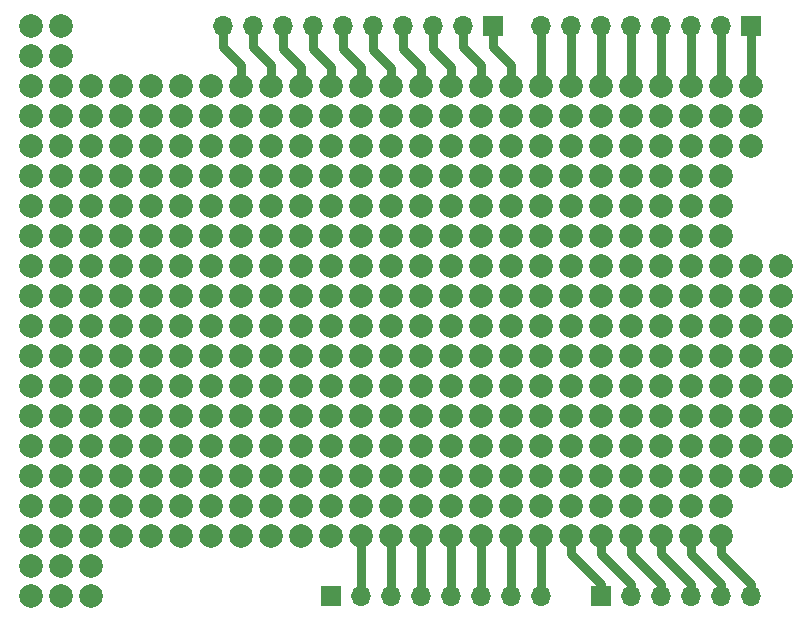
<source format=gbr>
%TF.GenerationSoftware,KiCad,Pcbnew,(5.1.9-0-10_14)*%
%TF.CreationDate,2021-02-06T00:27:30+01:00*%
%TF.ProjectId,Arduino Uno Proto Shield,41726475-696e-46f2-9055-6e6f2050726f,rev?*%
%TF.SameCoordinates,Original*%
%TF.FileFunction,Copper,L1,Top*%
%TF.FilePolarity,Positive*%
%FSLAX46Y46*%
G04 Gerber Fmt 4.6, Leading zero omitted, Abs format (unit mm)*
G04 Created by KiCad (PCBNEW (5.1.9-0-10_14)) date 2021-02-06 00:27:30*
%MOMM*%
%LPD*%
G01*
G04 APERTURE LIST*
%TA.AperFunction,ComponentPad*%
%ADD10O,1.700000X1.700000*%
%TD*%
%TA.AperFunction,ComponentPad*%
%ADD11R,1.700000X1.700000*%
%TD*%
%TA.AperFunction,ComponentPad*%
%ADD12C,1.998980*%
%TD*%
%TA.AperFunction,Conductor*%
%ADD13C,0.762000*%
%TD*%
G04 APERTURE END LIST*
D10*
%TO.P,J1,8*%
%TO.N,Net-(J1-Pad8)*%
X147320000Y-124460000D03*
%TO.P,J1,7*%
%TO.N,Net-(J1-Pad7)*%
X144780000Y-124460000D03*
%TO.P,J1,6*%
%TO.N,Net-(J1-Pad6)*%
X142240000Y-124460000D03*
%TO.P,J1,5*%
%TO.N,Net-(J1-Pad5)*%
X139700000Y-124460000D03*
%TO.P,J1,4*%
%TO.N,Net-(J1-Pad4)*%
X137160000Y-124460000D03*
%TO.P,J1,3*%
%TO.N,Net-(J1-Pad3)*%
X134620000Y-124460000D03*
%TO.P,J1,2*%
%TO.N,Net-(J1-Pad2)*%
X132080000Y-124460000D03*
D11*
%TO.P,J1,1*%
%TO.N,Net-(J1-Pad1)*%
X129540000Y-124460000D03*
%TD*%
%TO.P,J2,1*%
%TO.N,Net-(J10-Pad1)*%
X152400000Y-124460000D03*
D10*
%TO.P,J2,2*%
%TO.N,Net-(J11-Pad1)*%
X154940000Y-124460000D03*
%TO.P,J2,3*%
%TO.N,Net-(J12-Pad1)*%
X157480000Y-124460000D03*
%TO.P,J2,4*%
%TO.N,Net-(J13-Pad1)*%
X160020000Y-124460000D03*
%TO.P,J2,5*%
%TO.N,Net-(J14-Pad1)*%
X162560000Y-124460000D03*
%TO.P,J2,6*%
%TO.N,Net-(J15-Pad1)*%
X165100000Y-124460000D03*
%TD*%
D12*
%TO.P,REF\u002A\u002A,1*%
%TO.N,N/C*%
X129540000Y-119380000D03*
%TD*%
%TO.P,REF\u002A\u002A,1*%
%TO.N,N/C*%
X127000000Y-119380000D03*
%TD*%
%TO.P,REF\u002A\u002A,1*%
%TO.N,N/C*%
X162560000Y-116840000D03*
%TD*%
%TO.P,REF\u002A\u002A,1*%
%TO.N,N/C*%
X160020000Y-116840000D03*
%TD*%
%TO.P,REF\u002A\u002A,1*%
%TO.N,N/C*%
X157480000Y-116840000D03*
%TD*%
%TO.P,REF\u002A\u002A,1*%
%TO.N,N/C*%
X154940000Y-116840000D03*
%TD*%
%TO.P,REF\u002A\u002A,1*%
%TO.N,N/C*%
X152400000Y-116840000D03*
%TD*%
%TO.P,REF\u002A\u002A,1*%
%TO.N,N/C*%
X149860000Y-116840000D03*
%TD*%
%TO.P,REF\u002A\u002A,1*%
%TO.N,N/C*%
X147320000Y-116840000D03*
%TD*%
%TO.P,REF\u002A\u002A,1*%
%TO.N,N/C*%
X144780000Y-116840000D03*
%TD*%
%TO.P,REF\u002A\u002A,1*%
%TO.N,N/C*%
X142240000Y-116840000D03*
%TD*%
%TO.P,REF\u002A\u002A,1*%
%TO.N,N/C*%
X139700000Y-116840000D03*
%TD*%
%TO.P,REF\u002A\u002A,1*%
%TO.N,N/C*%
X137160000Y-116840000D03*
%TD*%
%TO.P,REF\u002A\u002A,1*%
%TO.N,N/C*%
X134620000Y-116840000D03*
%TD*%
%TO.P,REF\u002A\u002A,1*%
%TO.N,N/C*%
X132080000Y-116840000D03*
%TD*%
D11*
%TO.P,J34,1*%
%TO.N,Net-(J25-Pad1)*%
X143256000Y-76200000D03*
D10*
%TO.P,J34,2*%
%TO.N,Net-(J24-Pad1)*%
X140716000Y-76200000D03*
%TO.P,J34,3*%
%TO.N,Net-(J23-Pad1)*%
X138176000Y-76200000D03*
%TO.P,J34,4*%
%TO.N,Net-(J22-Pad1)*%
X135636000Y-76200000D03*
%TO.P,J34,5*%
%TO.N,Net-(J21-Pad1)*%
X133096000Y-76200000D03*
%TO.P,J34,6*%
%TO.N,Net-(J20-Pad1)*%
X130556000Y-76200000D03*
%TO.P,J34,7*%
%TO.N,Net-(J19-Pad1)*%
X128016000Y-76200000D03*
%TO.P,J34,8*%
%TO.N,Net-(J18-Pad1)*%
X125476000Y-76200000D03*
%TO.P,J34,9*%
%TO.N,Net-(J17-Pad1)*%
X122936000Y-76200000D03*
%TO.P,J34,10*%
%TO.N,Net-(J16-Pad1)*%
X120396000Y-76200000D03*
%TD*%
D11*
%TO.P,J35,1*%
%TO.N,Net-(J33-Pad1)*%
X165100000Y-76200000D03*
D10*
%TO.P,J35,2*%
%TO.N,Net-(J32-Pad1)*%
X162560000Y-76200000D03*
%TO.P,J35,3*%
%TO.N,Net-(J31-Pad1)*%
X160020000Y-76200000D03*
%TO.P,J35,4*%
%TO.N,Net-(J30-Pad1)*%
X157480000Y-76200000D03*
%TO.P,J35,5*%
%TO.N,Net-(J29-Pad1)*%
X154940000Y-76200000D03*
%TO.P,J35,6*%
%TO.N,Net-(J28-Pad1)*%
X152400000Y-76200000D03*
%TO.P,J35,7*%
%TO.N,Net-(J27-Pad1)*%
X149860000Y-76200000D03*
%TO.P,J35,8*%
%TO.N,Net-(J26-Pad1)*%
X147320000Y-76200000D03*
%TD*%
D12*
%TO.P,REF\u002A\u002A,1*%
%TO.N,N/C*%
X119380000Y-81280000D03*
%TD*%
%TO.P,REF\u002A\u002A,1*%
%TO.N,N/C*%
X165100000Y-83820000D03*
%TD*%
%TO.P,REF\u002A\u002A,1*%
%TO.N,N/C*%
X162560000Y-83820000D03*
%TD*%
%TO.P,REF\u002A\u002A,1*%
%TO.N,N/C*%
X160020000Y-83820000D03*
%TD*%
%TO.P,REF\u002A\u002A,1*%
%TO.N,N/C*%
X157480000Y-83820000D03*
%TD*%
%TO.P,REF\u002A\u002A,1*%
%TO.N,N/C*%
X154940000Y-83820000D03*
%TD*%
%TO.P,REF\u002A\u002A,1*%
%TO.N,N/C*%
X152400000Y-83820000D03*
%TD*%
%TO.P,REF\u002A\u002A,1*%
%TO.N,N/C*%
X149860000Y-83820000D03*
%TD*%
%TO.P,REF\u002A\u002A,1*%
%TO.N,N/C*%
X147320000Y-83820000D03*
%TD*%
%TO.P,REF\u002A\u002A,1*%
%TO.N,N/C*%
X144780000Y-83820000D03*
%TD*%
%TO.P,REF\u002A\u002A,1*%
%TO.N,N/C*%
X142240000Y-83820000D03*
%TD*%
%TO.P,REF\u002A\u002A,1*%
%TO.N,N/C*%
X139700000Y-83820000D03*
%TD*%
%TO.P,REF\u002A\u002A,1*%
%TO.N,N/C*%
X137160000Y-83820000D03*
%TD*%
%TO.P,REF\u002A\u002A,1*%
%TO.N,N/C*%
X134620000Y-83820000D03*
%TD*%
%TO.P,REF\u002A\u002A,1*%
%TO.N,N/C*%
X132080000Y-83820000D03*
%TD*%
%TO.P,REF\u002A\u002A,1*%
%TO.N,N/C*%
X129540000Y-83820000D03*
%TD*%
%TO.P,REF\u002A\u002A,1*%
%TO.N,N/C*%
X127000000Y-83820000D03*
%TD*%
%TO.P,REF\u002A\u002A,1*%
%TO.N,N/C*%
X124460000Y-83820000D03*
%TD*%
%TO.P,REF\u002A\u002A,1*%
%TO.N,N/C*%
X121920000Y-83820000D03*
%TD*%
%TO.P,REF\u002A\u002A,1*%
%TO.N,N/C*%
X119380000Y-83820000D03*
%TD*%
%TO.P,REF\u002A\u002A,1*%
%TO.N,N/C*%
X129540000Y-116840000D03*
%TD*%
%TO.P,REF\u002A\u002A,1*%
%TO.N,N/C*%
X127000000Y-116840000D03*
%TD*%
%TO.P,REF\u002A\u002A,1*%
%TO.N,N/C*%
X162560000Y-93980000D03*
%TD*%
%TO.P,REF\u002A\u002A,1*%
%TO.N,N/C*%
X160020000Y-93980000D03*
%TD*%
%TO.P,REF\u002A\u002A,1*%
%TO.N,N/C*%
X157480000Y-93980000D03*
%TD*%
%TO.P,REF\u002A\u002A,1*%
%TO.N,N/C*%
X154940000Y-93980000D03*
%TD*%
%TO.P,REF\u002A\u002A,1*%
%TO.N,N/C*%
X162560000Y-91440000D03*
%TD*%
%TO.P,REF\u002A\u002A,1*%
%TO.N,N/C*%
X160020000Y-91440000D03*
%TD*%
%TO.P,REF\u002A\u002A,1*%
%TO.N,N/C*%
X157480000Y-91440000D03*
%TD*%
%TO.P,REF\u002A\u002A,1*%
%TO.N,N/C*%
X154940000Y-91440000D03*
%TD*%
%TO.P,REF\u002A\u002A,1*%
%TO.N,N/C*%
X162560000Y-88900000D03*
%TD*%
%TO.P,REF\u002A\u002A,1*%
%TO.N,N/C*%
X160020000Y-88900000D03*
%TD*%
%TO.P,REF\u002A\u002A,1*%
%TO.N,N/C*%
X157480000Y-88900000D03*
%TD*%
%TO.P,REF\u002A\u002A,1*%
%TO.N,N/C*%
X154940000Y-88900000D03*
%TD*%
%TO.P,REF\u002A\u002A,1*%
%TO.N,N/C*%
X165100000Y-86360000D03*
%TD*%
%TO.P,REF\u002A\u002A,1*%
%TO.N,N/C*%
X162560000Y-86360000D03*
%TD*%
%TO.P,REF\u002A\u002A,1*%
%TO.N,N/C*%
X160020000Y-86360000D03*
%TD*%
%TO.P,REF\u002A\u002A,1*%
%TO.N,N/C*%
X157480000Y-86360000D03*
%TD*%
%TO.P,REF\u002A\u002A,1*%
%TO.N,N/C*%
X116840000Y-83820000D03*
%TD*%
%TO.P,REF\u002A\u002A,1*%
%TO.N,N/C*%
X114300000Y-83820000D03*
%TD*%
%TO.P,REF\u002A\u002A,1*%
%TO.N,N/C*%
X111760000Y-83820000D03*
%TD*%
%TO.P,REF\u002A\u002A,1*%
%TO.N,N/C*%
X116840000Y-81280000D03*
%TD*%
%TO.P,REF\u002A\u002A,1*%
%TO.N,N/C*%
X114300000Y-81280000D03*
%TD*%
%TO.P,REF\u002A\u002A,1*%
%TO.N,N/C*%
X106680000Y-78740000D03*
%TD*%
%TO.P,REF\u002A\u002A,1*%
%TO.N,N/C*%
X104140000Y-78740000D03*
%TD*%
%TO.P,REF\u002A\u002A,1*%
%TO.N,N/C*%
X106680000Y-76200000D03*
%TD*%
%TO.P,REF\u002A\u002A,1*%
%TO.N,N/C*%
X154940000Y-86360000D03*
%TD*%
%TO.P,REF\u002A\u002A,1*%
%TO.N,N/C*%
X167640000Y-109220000D03*
%TD*%
%TO.P,REF\u002A\u002A,1*%
%TO.N,N/C*%
X111760000Y-81280000D03*
%TD*%
%TO.P,REF\u002A\u002A,1*%
%TO.N,N/C*%
X167640000Y-106680000D03*
%TD*%
%TO.P,REF\u002A\u002A,1*%
%TO.N,N/C*%
X165100000Y-106680000D03*
%TD*%
%TO.P,REF\u002A\u002A,1*%
%TO.N,N/C*%
X162560000Y-106680000D03*
%TD*%
%TO.P,REF\u002A\u002A,1*%
%TO.N,N/C*%
X160020000Y-106680000D03*
%TD*%
%TO.P,REF\u002A\u002A,1*%
%TO.N,N/C*%
X157480000Y-106680000D03*
%TD*%
%TO.P,REF\u002A\u002A,1*%
%TO.N,N/C*%
X154940000Y-106680000D03*
%TD*%
%TO.P,REF\u002A\u002A,1*%
%TO.N,N/C*%
X167640000Y-104140000D03*
%TD*%
%TO.P,REF\u002A\u002A,1*%
%TO.N,N/C*%
X165100000Y-104140000D03*
%TD*%
%TO.P,REF\u002A\u002A,1*%
%TO.N,N/C*%
X162560000Y-104140000D03*
%TD*%
%TO.P,REF\u002A\u002A,1*%
%TO.N,N/C*%
X160020000Y-104140000D03*
%TD*%
%TO.P,REF\u002A\u002A,1*%
%TO.N,N/C*%
X157480000Y-104140000D03*
%TD*%
%TO.P,REF\u002A\u002A,1*%
%TO.N,N/C*%
X154940000Y-104140000D03*
%TD*%
%TO.P,REF\u002A\u002A,1*%
%TO.N,N/C*%
X167640000Y-101600000D03*
%TD*%
%TO.P,REF\u002A\u002A,1*%
%TO.N,N/C*%
X165100000Y-101600000D03*
%TD*%
%TO.P,REF\u002A\u002A,1*%
%TO.N,N/C*%
X162560000Y-101600000D03*
%TD*%
%TO.P,REF\u002A\u002A,1*%
%TO.N,N/C*%
X160020000Y-101600000D03*
%TD*%
%TO.P,REF\u002A\u002A,1*%
%TO.N,N/C*%
X157480000Y-101600000D03*
%TD*%
%TO.P,REF\u002A\u002A,1*%
%TO.N,N/C*%
X154940000Y-101600000D03*
%TD*%
%TO.P,REF\u002A\u002A,1*%
%TO.N,N/C*%
X167640000Y-99060000D03*
%TD*%
%TO.P,REF\u002A\u002A,1*%
%TO.N,N/C*%
X165100000Y-99060000D03*
%TD*%
%TO.P,REF\u002A\u002A,1*%
%TO.N,N/C*%
X162560000Y-99060000D03*
%TD*%
%TO.P,REF\u002A\u002A,1*%
%TO.N,N/C*%
X160020000Y-99060000D03*
%TD*%
%TO.P,REF\u002A\u002A,1*%
%TO.N,N/C*%
X157480000Y-99060000D03*
%TD*%
%TO.P,REF\u002A\u002A,1*%
%TO.N,N/C*%
X154940000Y-99060000D03*
%TD*%
%TO.P,REF\u002A\u002A,1*%
%TO.N,N/C*%
X167640000Y-96520000D03*
%TD*%
%TO.P,REF\u002A\u002A,1*%
%TO.N,N/C*%
X165100000Y-96520000D03*
%TD*%
%TO.P,REF\u002A\u002A,1*%
%TO.N,N/C*%
X162560000Y-96520000D03*
%TD*%
%TO.P,REF\u002A\u002A,1*%
%TO.N,N/C*%
X160020000Y-96520000D03*
%TD*%
%TO.P,REF\u002A\u002A,1*%
%TO.N,N/C*%
X157480000Y-96520000D03*
%TD*%
%TO.P,REF\u002A\u002A,1*%
%TO.N,N/C*%
X167640000Y-114300000D03*
%TD*%
%TO.P,REF\u002A\u002A,1*%
%TO.N,N/C*%
X165100000Y-114300000D03*
%TD*%
%TO.P,REF\u002A\u002A,1*%
%TO.N,N/C*%
X162560000Y-114300000D03*
%TD*%
%TO.P,REF\u002A\u002A,1*%
%TO.N,N/C*%
X160020000Y-114300000D03*
%TD*%
%TO.P,REF\u002A\u002A,1*%
%TO.N,N/C*%
X157480000Y-114300000D03*
%TD*%
%TO.P,REF\u002A\u002A,1*%
%TO.N,N/C*%
X154940000Y-114300000D03*
%TD*%
%TO.P,REF\u002A\u002A,1*%
%TO.N,N/C*%
X152400000Y-114300000D03*
%TD*%
%TO.P,REF\u002A\u002A,1*%
%TO.N,N/C*%
X149860000Y-114300000D03*
%TD*%
%TO.P,REF\u002A\u002A,1*%
%TO.N,N/C*%
X147320000Y-114300000D03*
%TD*%
%TO.P,REF\u002A\u002A,1*%
%TO.N,N/C*%
X144780000Y-114300000D03*
%TD*%
%TO.P,REF\u002A\u002A,1*%
%TO.N,N/C*%
X142240000Y-114300000D03*
%TD*%
%TO.P,REF\u002A\u002A,1*%
%TO.N,N/C*%
X139700000Y-114300000D03*
%TD*%
%TO.P,REF\u002A\u002A,1*%
%TO.N,N/C*%
X137160000Y-114300000D03*
%TD*%
%TO.P,REF\u002A\u002A,1*%
%TO.N,N/C*%
X134620000Y-114300000D03*
%TD*%
%TO.P,REF\u002A\u002A,1*%
%TO.N,N/C*%
X167640000Y-111760000D03*
%TD*%
%TO.P,REF\u002A\u002A,1*%
%TO.N,N/C*%
X165100000Y-111760000D03*
%TD*%
%TO.P,REF\u002A\u002A,1*%
%TO.N,N/C*%
X162560000Y-111760000D03*
%TD*%
%TO.P,REF\u002A\u002A,1*%
%TO.N,N/C*%
X160020000Y-111760000D03*
%TD*%
%TO.P,REF\u002A\u002A,1*%
%TO.N,N/C*%
X157480000Y-111760000D03*
%TD*%
%TO.P,REF\u002A\u002A,1*%
%TO.N,N/C*%
X154940000Y-111760000D03*
%TD*%
%TO.P,REF\u002A\u002A,1*%
%TO.N,N/C*%
X152400000Y-111760000D03*
%TD*%
%TO.P,REF\u002A\u002A,1*%
%TO.N,N/C*%
X149860000Y-111760000D03*
%TD*%
%TO.P,REF\u002A\u002A,1*%
%TO.N,N/C*%
X147320000Y-111760000D03*
%TD*%
%TO.P,REF\u002A\u002A,1*%
%TO.N,N/C*%
X144780000Y-111760000D03*
%TD*%
%TO.P,REF\u002A\u002A,1*%
%TO.N,N/C*%
X142240000Y-111760000D03*
%TD*%
%TO.P,REF\u002A\u002A,1*%
%TO.N,N/C*%
X139700000Y-111760000D03*
%TD*%
%TO.P,REF\u002A\u002A,1*%
%TO.N,N/C*%
X137160000Y-111760000D03*
%TD*%
%TO.P,REF\u002A\u002A,1*%
%TO.N,N/C*%
X134620000Y-111760000D03*
%TD*%
%TO.P,REF\u002A\u002A,1*%
%TO.N,N/C*%
X154940000Y-96520000D03*
%TD*%
%TO.P,REF\u002A\u002A,1*%
%TO.N,N/C*%
X165100000Y-109220000D03*
%TD*%
%TO.P,REF\u002A\u002A,1*%
%TO.N,N/C*%
X162560000Y-109220000D03*
%TD*%
%TO.P,REF\u002A\u002A,1*%
%TO.N,N/C*%
X160020000Y-109220000D03*
%TD*%
%TO.P,REF\u002A\u002A,1*%
%TO.N,N/C*%
X157480000Y-109220000D03*
%TD*%
%TO.P,REF\u002A\u002A,1*%
%TO.N,N/C*%
X154940000Y-109220000D03*
%TD*%
%TO.P,REF\u002A\u002A,1*%
%TO.N,N/C*%
X152400000Y-109220000D03*
%TD*%
%TO.P,REF\u002A\u002A,1*%
%TO.N,N/C*%
X149860000Y-109220000D03*
%TD*%
%TO.P,REF\u002A\u002A,1*%
%TO.N,N/C*%
X147320000Y-109220000D03*
%TD*%
%TO.P,REF\u002A\u002A,1*%
%TO.N,N/C*%
X144780000Y-109220000D03*
%TD*%
%TO.P,REF\u002A\u002A,1*%
%TO.N,N/C*%
X142240000Y-109220000D03*
%TD*%
%TO.P,REF\u002A\u002A,1*%
%TO.N,N/C*%
X139700000Y-109220000D03*
%TD*%
%TO.P,REF\u002A\u002A,1*%
%TO.N,N/C*%
X137160000Y-109220000D03*
%TD*%
%TO.P,REF\u002A\u002A,1*%
%TO.N,N/C*%
X152400000Y-106680000D03*
%TD*%
%TO.P,REF\u002A\u002A,1*%
%TO.N,N/C*%
X149860000Y-106680000D03*
%TD*%
%TO.P,REF\u002A\u002A,1*%
%TO.N,N/C*%
X147320000Y-106680000D03*
%TD*%
%TO.P,REF\u002A\u002A,1*%
%TO.N,N/C*%
X144780000Y-106680000D03*
%TD*%
%TO.P,REF\u002A\u002A,1*%
%TO.N,N/C*%
X142240000Y-106680000D03*
%TD*%
%TO.P,REF\u002A\u002A,1*%
%TO.N,N/C*%
X139700000Y-106680000D03*
%TD*%
%TO.P,REF\u002A\u002A,1*%
%TO.N,N/C*%
X137160000Y-106680000D03*
%TD*%
%TO.P,REF\u002A\u002A,1*%
%TO.N,N/C*%
X134620000Y-106680000D03*
%TD*%
%TO.P,REF\u002A\u002A,1*%
%TO.N,N/C*%
X132080000Y-106680000D03*
%TD*%
%TO.P,REF\u002A\u002A,1*%
%TO.N,N/C*%
X129540000Y-106680000D03*
%TD*%
%TO.P,REF\u002A\u002A,1*%
%TO.N,N/C*%
X127000000Y-106680000D03*
%TD*%
%TO.P,REF\u002A\u002A,1*%
%TO.N,N/C*%
X124460000Y-106680000D03*
%TD*%
%TO.P,REF\u002A\u002A,1*%
%TO.N,N/C*%
X121920000Y-106680000D03*
%TD*%
%TO.P,REF\u002A\u002A,1*%
%TO.N,N/C*%
X119380000Y-106680000D03*
%TD*%
%TO.P,REF\u002A\u002A,1*%
%TO.N,N/C*%
X116840000Y-106680000D03*
%TD*%
%TO.P,REF\u002A\u002A,1*%
%TO.N,N/C*%
X114300000Y-106680000D03*
%TD*%
%TO.P,REF\u002A\u002A,1*%
%TO.N,N/C*%
X152400000Y-104140000D03*
%TD*%
%TO.P,REF\u002A\u002A,1*%
%TO.N,N/C*%
X149860000Y-104140000D03*
%TD*%
%TO.P,REF\u002A\u002A,1*%
%TO.N,N/C*%
X147320000Y-104140000D03*
%TD*%
%TO.P,REF\u002A\u002A,1*%
%TO.N,N/C*%
X144780000Y-104140000D03*
%TD*%
%TO.P,REF\u002A\u002A,1*%
%TO.N,N/C*%
X142240000Y-104140000D03*
%TD*%
%TO.P,REF\u002A\u002A,1*%
%TO.N,N/C*%
X139700000Y-104140000D03*
%TD*%
%TO.P,REF\u002A\u002A,1*%
%TO.N,N/C*%
X137160000Y-104140000D03*
%TD*%
%TO.P,REF\u002A\u002A,1*%
%TO.N,N/C*%
X134620000Y-104140000D03*
%TD*%
%TO.P,REF\u002A\u002A,1*%
%TO.N,N/C*%
X132080000Y-104140000D03*
%TD*%
%TO.P,REF\u002A\u002A,1*%
%TO.N,N/C*%
X129540000Y-104140000D03*
%TD*%
%TO.P,REF\u002A\u002A,1*%
%TO.N,N/C*%
X127000000Y-104140000D03*
%TD*%
%TO.P,REF\u002A\u002A,1*%
%TO.N,N/C*%
X124460000Y-104140000D03*
%TD*%
%TO.P,REF\u002A\u002A,1*%
%TO.N,N/C*%
X121920000Y-104140000D03*
%TD*%
%TO.P,REF\u002A\u002A,1*%
%TO.N,N/C*%
X119380000Y-104140000D03*
%TD*%
%TO.P,REF\u002A\u002A,1*%
%TO.N,N/C*%
X116840000Y-104140000D03*
%TD*%
%TO.P,REF\u002A\u002A,1*%
%TO.N,N/C*%
X114300000Y-104140000D03*
%TD*%
%TO.P,REF\u002A\u002A,1*%
%TO.N,N/C*%
X152400000Y-101600000D03*
%TD*%
%TO.P,REF\u002A\u002A,1*%
%TO.N,N/C*%
X149860000Y-101600000D03*
%TD*%
%TO.P,REF\u002A\u002A,1*%
%TO.N,N/C*%
X147320000Y-101600000D03*
%TD*%
%TO.P,REF\u002A\u002A,1*%
%TO.N,N/C*%
X144780000Y-101600000D03*
%TD*%
%TO.P,REF\u002A\u002A,1*%
%TO.N,N/C*%
X142240000Y-101600000D03*
%TD*%
%TO.P,REF\u002A\u002A,1*%
%TO.N,N/C*%
X139700000Y-101600000D03*
%TD*%
%TO.P,REF\u002A\u002A,1*%
%TO.N,N/C*%
X137160000Y-101600000D03*
%TD*%
%TO.P,REF\u002A\u002A,1*%
%TO.N,N/C*%
X134620000Y-101600000D03*
%TD*%
%TO.P,REF\u002A\u002A,1*%
%TO.N,N/C*%
X132080000Y-101600000D03*
%TD*%
%TO.P,REF\u002A\u002A,1*%
%TO.N,N/C*%
X129540000Y-101600000D03*
%TD*%
%TO.P,REF\u002A\u002A,1*%
%TO.N,N/C*%
X127000000Y-101600000D03*
%TD*%
%TO.P,REF\u002A\u002A,1*%
%TO.N,N/C*%
X124460000Y-101600000D03*
%TD*%
%TO.P,REF\u002A\u002A,1*%
%TO.N,N/C*%
X121920000Y-101600000D03*
%TD*%
%TO.P,REF\u002A\u002A,1*%
%TO.N,N/C*%
X119380000Y-101600000D03*
%TD*%
%TO.P,REF\u002A\u002A,1*%
%TO.N,N/C*%
X116840000Y-101600000D03*
%TD*%
%TO.P,REF\u002A\u002A,1*%
%TO.N,N/C*%
X114300000Y-101600000D03*
%TD*%
%TO.P,REF\u002A\u002A,1*%
%TO.N,N/C*%
X152400000Y-99060000D03*
%TD*%
%TO.P,REF\u002A\u002A,1*%
%TO.N,N/C*%
X149860000Y-99060000D03*
%TD*%
%TO.P,REF\u002A\u002A,1*%
%TO.N,N/C*%
X147320000Y-99060000D03*
%TD*%
%TO.P,REF\u002A\u002A,1*%
%TO.N,N/C*%
X144780000Y-99060000D03*
%TD*%
%TO.P,REF\u002A\u002A,1*%
%TO.N,N/C*%
X142240000Y-99060000D03*
%TD*%
%TO.P,REF\u002A\u002A,1*%
%TO.N,N/C*%
X139700000Y-99060000D03*
%TD*%
%TO.P,REF\u002A\u002A,1*%
%TO.N,N/C*%
X137160000Y-99060000D03*
%TD*%
%TO.P,REF\u002A\u002A,1*%
%TO.N,N/C*%
X134620000Y-99060000D03*
%TD*%
%TO.P,REF\u002A\u002A,1*%
%TO.N,N/C*%
X132080000Y-99060000D03*
%TD*%
%TO.P,REF\u002A\u002A,1*%
%TO.N,N/C*%
X129540000Y-99060000D03*
%TD*%
%TO.P,REF\u002A\u002A,1*%
%TO.N,N/C*%
X127000000Y-99060000D03*
%TD*%
%TO.P,REF\u002A\u002A,1*%
%TO.N,N/C*%
X124460000Y-99060000D03*
%TD*%
%TO.P,REF\u002A\u002A,1*%
%TO.N,N/C*%
X121920000Y-99060000D03*
%TD*%
%TO.P,REF\u002A\u002A,1*%
%TO.N,N/C*%
X119380000Y-99060000D03*
%TD*%
%TO.P,REF\u002A\u002A,1*%
%TO.N,N/C*%
X116840000Y-99060000D03*
%TD*%
%TO.P,REF\u002A\u002A,1*%
%TO.N,N/C*%
X114300000Y-99060000D03*
%TD*%
%TO.P,REF\u002A\u002A,1*%
%TO.N,N/C*%
X152400000Y-96520000D03*
%TD*%
%TO.P,REF\u002A\u002A,1*%
%TO.N,N/C*%
X149860000Y-96520000D03*
%TD*%
%TO.P,REF\u002A\u002A,1*%
%TO.N,N/C*%
X147320000Y-96520000D03*
%TD*%
%TO.P,REF\u002A\u002A,1*%
%TO.N,N/C*%
X144780000Y-96520000D03*
%TD*%
%TO.P,REF\u002A\u002A,1*%
%TO.N,N/C*%
X142240000Y-96520000D03*
%TD*%
%TO.P,REF\u002A\u002A,1*%
%TO.N,N/C*%
X139700000Y-96520000D03*
%TD*%
%TO.P,REF\u002A\u002A,1*%
%TO.N,N/C*%
X137160000Y-96520000D03*
%TD*%
%TO.P,REF\u002A\u002A,1*%
%TO.N,N/C*%
X134620000Y-96520000D03*
%TD*%
%TO.P,REF\u002A\u002A,1*%
%TO.N,N/C*%
X132080000Y-96520000D03*
%TD*%
%TO.P,REF\u002A\u002A,1*%
%TO.N,N/C*%
X129540000Y-96520000D03*
%TD*%
%TO.P,REF\u002A\u002A,1*%
%TO.N,N/C*%
X127000000Y-96520000D03*
%TD*%
%TO.P,REF\u002A\u002A,1*%
%TO.N,N/C*%
X124460000Y-96520000D03*
%TD*%
%TO.P,REF\u002A\u002A,1*%
%TO.N,N/C*%
X121920000Y-96520000D03*
%TD*%
%TO.P,REF\u002A\u002A,1*%
%TO.N,N/C*%
X119380000Y-96520000D03*
%TD*%
%TO.P,REF\u002A\u002A,1*%
%TO.N,N/C*%
X116840000Y-96520000D03*
%TD*%
%TO.P,REF\u002A\u002A,1*%
%TO.N,N/C*%
X114300000Y-96520000D03*
%TD*%
%TO.P,REF\u002A\u002A,1*%
%TO.N,N/C*%
X152400000Y-93980000D03*
%TD*%
%TO.P,REF\u002A\u002A,1*%
%TO.N,N/C*%
X149860000Y-93980000D03*
%TD*%
%TO.P,REF\u002A\u002A,1*%
%TO.N,N/C*%
X147320000Y-93980000D03*
%TD*%
%TO.P,REF\u002A\u002A,1*%
%TO.N,N/C*%
X144780000Y-93980000D03*
%TD*%
%TO.P,REF\u002A\u002A,1*%
%TO.N,N/C*%
X142240000Y-93980000D03*
%TD*%
%TO.P,REF\u002A\u002A,1*%
%TO.N,N/C*%
X139700000Y-93980000D03*
%TD*%
%TO.P,REF\u002A\u002A,1*%
%TO.N,N/C*%
X137160000Y-93980000D03*
%TD*%
%TO.P,REF\u002A\u002A,1*%
%TO.N,N/C*%
X134620000Y-93980000D03*
%TD*%
%TO.P,REF\u002A\u002A,1*%
%TO.N,N/C*%
X132080000Y-93980000D03*
%TD*%
%TO.P,REF\u002A\u002A,1*%
%TO.N,N/C*%
X129540000Y-93980000D03*
%TD*%
%TO.P,REF\u002A\u002A,1*%
%TO.N,N/C*%
X127000000Y-93980000D03*
%TD*%
%TO.P,REF\u002A\u002A,1*%
%TO.N,N/C*%
X124460000Y-93980000D03*
%TD*%
%TO.P,REF\u002A\u002A,1*%
%TO.N,N/C*%
X121920000Y-93980000D03*
%TD*%
%TO.P,REF\u002A\u002A,1*%
%TO.N,N/C*%
X119380000Y-93980000D03*
%TD*%
%TO.P,REF\u002A\u002A,1*%
%TO.N,N/C*%
X116840000Y-93980000D03*
%TD*%
%TO.P,REF\u002A\u002A,1*%
%TO.N,N/C*%
X114300000Y-93980000D03*
%TD*%
%TO.P,REF\u002A\u002A,1*%
%TO.N,N/C*%
X152400000Y-91440000D03*
%TD*%
%TO.P,REF\u002A\u002A,1*%
%TO.N,N/C*%
X149860000Y-91440000D03*
%TD*%
%TO.P,REF\u002A\u002A,1*%
%TO.N,N/C*%
X147320000Y-91440000D03*
%TD*%
%TO.P,REF\u002A\u002A,1*%
%TO.N,N/C*%
X144780000Y-91440000D03*
%TD*%
%TO.P,REF\u002A\u002A,1*%
%TO.N,N/C*%
X142240000Y-91440000D03*
%TD*%
%TO.P,REF\u002A\u002A,1*%
%TO.N,N/C*%
X139700000Y-91440000D03*
%TD*%
%TO.P,REF\u002A\u002A,1*%
%TO.N,N/C*%
X137160000Y-91440000D03*
%TD*%
%TO.P,REF\u002A\u002A,1*%
%TO.N,N/C*%
X134620000Y-91440000D03*
%TD*%
%TO.P,REF\u002A\u002A,1*%
%TO.N,N/C*%
X132080000Y-91440000D03*
%TD*%
%TO.P,REF\u002A\u002A,1*%
%TO.N,N/C*%
X129540000Y-91440000D03*
%TD*%
%TO.P,REF\u002A\u002A,1*%
%TO.N,N/C*%
X127000000Y-91440000D03*
%TD*%
%TO.P,REF\u002A\u002A,1*%
%TO.N,N/C*%
X124460000Y-91440000D03*
%TD*%
%TO.P,REF\u002A\u002A,1*%
%TO.N,N/C*%
X121920000Y-91440000D03*
%TD*%
%TO.P,REF\u002A\u002A,1*%
%TO.N,N/C*%
X119380000Y-91440000D03*
%TD*%
%TO.P,REF\u002A\u002A,1*%
%TO.N,N/C*%
X116840000Y-91440000D03*
%TD*%
%TO.P,REF\u002A\u002A,1*%
%TO.N,N/C*%
X114300000Y-91440000D03*
%TD*%
%TO.P,REF\u002A\u002A,1*%
%TO.N,N/C*%
X152400000Y-88900000D03*
%TD*%
%TO.P,REF\u002A\u002A,1*%
%TO.N,N/C*%
X149860000Y-88900000D03*
%TD*%
%TO.P,REF\u002A\u002A,1*%
%TO.N,N/C*%
X147320000Y-88900000D03*
%TD*%
%TO.P,REF\u002A\u002A,1*%
%TO.N,N/C*%
X144780000Y-88900000D03*
%TD*%
%TO.P,REF\u002A\u002A,1*%
%TO.N,N/C*%
X142240000Y-88900000D03*
%TD*%
%TO.P,REF\u002A\u002A,1*%
%TO.N,N/C*%
X139700000Y-88900000D03*
%TD*%
%TO.P,REF\u002A\u002A,1*%
%TO.N,N/C*%
X137160000Y-88900000D03*
%TD*%
%TO.P,REF\u002A\u002A,1*%
%TO.N,N/C*%
X134620000Y-88900000D03*
%TD*%
%TO.P,REF\u002A\u002A,1*%
%TO.N,N/C*%
X132080000Y-88900000D03*
%TD*%
%TO.P,REF\u002A\u002A,1*%
%TO.N,N/C*%
X129540000Y-88900000D03*
%TD*%
%TO.P,REF\u002A\u002A,1*%
%TO.N,N/C*%
X127000000Y-88900000D03*
%TD*%
%TO.P,REF\u002A\u002A,1*%
%TO.N,N/C*%
X124460000Y-88900000D03*
%TD*%
%TO.P,REF\u002A\u002A,1*%
%TO.N,N/C*%
X121920000Y-88900000D03*
%TD*%
%TO.P,REF\u002A\u002A,1*%
%TO.N,N/C*%
X119380000Y-88900000D03*
%TD*%
%TO.P,REF\u002A\u002A,1*%
%TO.N,N/C*%
X116840000Y-88900000D03*
%TD*%
%TO.P,REF\u002A\u002A,1*%
%TO.N,N/C*%
X114300000Y-88900000D03*
%TD*%
%TO.P,REF\u002A\u002A,1*%
%TO.N,N/C*%
X152400000Y-86360000D03*
%TD*%
%TO.P,REF\u002A\u002A,1*%
%TO.N,N/C*%
X149860000Y-86360000D03*
%TD*%
%TO.P,REF\u002A\u002A,1*%
%TO.N,N/C*%
X147320000Y-86360000D03*
%TD*%
%TO.P,REF\u002A\u002A,1*%
%TO.N,N/C*%
X144780000Y-86360000D03*
%TD*%
%TO.P,REF\u002A\u002A,1*%
%TO.N,N/C*%
X142240000Y-86360000D03*
%TD*%
%TO.P,REF\u002A\u002A,1*%
%TO.N,N/C*%
X139700000Y-86360000D03*
%TD*%
%TO.P,REF\u002A\u002A,1*%
%TO.N,N/C*%
X137160000Y-86360000D03*
%TD*%
%TO.P,REF\u002A\u002A,1*%
%TO.N,N/C*%
X134620000Y-86360000D03*
%TD*%
%TO.P,REF\u002A\u002A,1*%
%TO.N,N/C*%
X132080000Y-86360000D03*
%TD*%
%TO.P,REF\u002A\u002A,1*%
%TO.N,N/C*%
X129540000Y-86360000D03*
%TD*%
%TO.P,REF\u002A\u002A,1*%
%TO.N,N/C*%
X127000000Y-86360000D03*
%TD*%
%TO.P,REF\u002A\u002A,1*%
%TO.N,N/C*%
X124460000Y-86360000D03*
%TD*%
%TO.P,REF\u002A\u002A,1*%
%TO.N,N/C*%
X121920000Y-86360000D03*
%TD*%
%TO.P,REF\u002A\u002A,1*%
%TO.N,N/C*%
X119380000Y-86360000D03*
%TD*%
%TO.P,REF\u002A\u002A,1*%
%TO.N,N/C*%
X116840000Y-86360000D03*
%TD*%
%TO.P,REF\u002A\u002A,1*%
%TO.N,N/C*%
X104140000Y-76200000D03*
%TD*%
%TO.P,REF\u002A\u002A,1*%
%TO.N,N/C*%
X124460000Y-116840000D03*
%TD*%
%TO.P,REF\u002A\u002A,1*%
%TO.N,N/C*%
X121920000Y-116840000D03*
%TD*%
%TO.P,REF\u002A\u002A,1*%
%TO.N,N/C*%
X119380000Y-116840000D03*
%TD*%
%TO.P,REF\u002A\u002A,1*%
%TO.N,N/C*%
X116840000Y-116840000D03*
%TD*%
%TO.P,REF\u002A\u002A,1*%
%TO.N,N/C*%
X114300000Y-116840000D03*
%TD*%
%TO.P,REF\u002A\u002A,1*%
%TO.N,N/C*%
X132080000Y-114300000D03*
%TD*%
%TO.P,REF\u002A\u002A,1*%
%TO.N,N/C*%
X129540000Y-114300000D03*
%TD*%
%TO.P,REF\u002A\u002A,1*%
%TO.N,N/C*%
X127000000Y-114300000D03*
%TD*%
%TO.P,REF\u002A\u002A,1*%
%TO.N,N/C*%
X124460000Y-114300000D03*
%TD*%
%TO.P,REF\u002A\u002A,1*%
%TO.N,N/C*%
X121920000Y-114300000D03*
%TD*%
%TO.P,REF\u002A\u002A,1*%
%TO.N,N/C*%
X119380000Y-114300000D03*
%TD*%
%TO.P,REF\u002A\u002A,1*%
%TO.N,N/C*%
X116840000Y-114300000D03*
%TD*%
%TO.P,REF\u002A\u002A,1*%
%TO.N,N/C*%
X114300000Y-114300000D03*
%TD*%
%TO.P,REF\u002A\u002A,1*%
%TO.N,N/C*%
X132080000Y-111760000D03*
%TD*%
%TO.P,REF\u002A\u002A,1*%
%TO.N,N/C*%
X129540000Y-111760000D03*
%TD*%
%TO.P,REF\u002A\u002A,1*%
%TO.N,N/C*%
X127000000Y-111760000D03*
%TD*%
%TO.P,REF\u002A\u002A,1*%
%TO.N,N/C*%
X124460000Y-111760000D03*
%TD*%
%TO.P,REF\u002A\u002A,1*%
%TO.N,N/C*%
X121920000Y-111760000D03*
%TD*%
%TO.P,REF\u002A\u002A,1*%
%TO.N,N/C*%
X119380000Y-111760000D03*
%TD*%
%TO.P,REF\u002A\u002A,1*%
%TO.N,N/C*%
X116840000Y-111760000D03*
%TD*%
%TO.P,REF\u002A\u002A,1*%
%TO.N,N/C*%
X114300000Y-111760000D03*
%TD*%
%TO.P,REF\u002A\u002A,1*%
%TO.N,N/C*%
X132080000Y-109220000D03*
%TD*%
%TO.P,REF\u002A\u002A,1*%
%TO.N,N/C*%
X129540000Y-109220000D03*
%TD*%
%TO.P,REF\u002A\u002A,1*%
%TO.N,N/C*%
X127000000Y-109220000D03*
%TD*%
%TO.P,REF\u002A\u002A,1*%
%TO.N,N/C*%
X124460000Y-109220000D03*
%TD*%
%TO.P,REF\u002A\u002A,1*%
%TO.N,N/C*%
X121920000Y-109220000D03*
%TD*%
%TO.P,REF\u002A\u002A,1*%
%TO.N,N/C*%
X119380000Y-109220000D03*
%TD*%
%TO.P,REF\u002A\u002A,1*%
%TO.N,N/C*%
X116840000Y-109220000D03*
%TD*%
%TO.P,REF\u002A\u002A,1*%
%TO.N,N/C*%
X124460000Y-119380000D03*
%TD*%
%TO.P,REF\u002A\u002A,1*%
%TO.N,N/C*%
X121920000Y-119380000D03*
%TD*%
%TO.P,REF\u002A\u002A,1*%
%TO.N,N/C*%
X119380000Y-119380000D03*
%TD*%
%TO.P,REF\u002A\u002A,1*%
%TO.N,N/C*%
X116840000Y-119380000D03*
%TD*%
%TO.P,REF\u002A\u002A,1*%
%TO.N,N/C*%
X114300000Y-119380000D03*
%TD*%
%TO.P,REF\u002A\u002A,1*%
%TO.N,N/C*%
X106680000Y-81280000D03*
%TD*%
%TO.P,REF\u002A\u002A,1*%
%TO.N,N/C*%
X109220000Y-124460000D03*
%TD*%
%TO.P,REF\u002A\u002A,1*%
%TO.N,N/C*%
X109220000Y-81280000D03*
%TD*%
%TO.P,REF\u002A\u002A,1*%
%TO.N,N/C*%
X109220000Y-121920000D03*
%TD*%
%TO.P,REF\u002A\u002A,1*%
%TO.N,N/C*%
X111760000Y-119380000D03*
%TD*%
%TO.P,REF\u002A\u002A,1*%
%TO.N,N/C*%
X109220000Y-119380000D03*
%TD*%
%TO.P,REF\u002A\u002A,1*%
%TO.N,N/C*%
X111760000Y-116840000D03*
%TD*%
%TO.P,REF\u002A\u002A,1*%
%TO.N,N/C*%
X109220000Y-116840000D03*
%TD*%
%TO.P,REF\u002A\u002A,1*%
%TO.N,N/C*%
X111760000Y-114300000D03*
%TD*%
%TO.P,REF\u002A\u002A,1*%
%TO.N,N/C*%
X109220000Y-114300000D03*
%TD*%
%TO.P,REF\u002A\u002A,1*%
%TO.N,N/C*%
X111760000Y-111760000D03*
%TD*%
%TO.P,REF\u002A\u002A,1*%
%TO.N,N/C*%
X109220000Y-111760000D03*
%TD*%
%TO.P,REF\u002A\u002A,1*%
%TO.N,N/C*%
X111760000Y-109220000D03*
%TD*%
%TO.P,REF\u002A\u002A,1*%
%TO.N,N/C*%
X109220000Y-109220000D03*
%TD*%
%TO.P,REF\u002A\u002A,1*%
%TO.N,N/C*%
X111760000Y-106680000D03*
%TD*%
%TO.P,REF\u002A\u002A,1*%
%TO.N,N/C*%
X109220000Y-106680000D03*
%TD*%
%TO.P,REF\u002A\u002A,1*%
%TO.N,N/C*%
X111760000Y-104140000D03*
%TD*%
%TO.P,REF\u002A\u002A,1*%
%TO.N,N/C*%
X109220000Y-104140000D03*
%TD*%
%TO.P,REF\u002A\u002A,1*%
%TO.N,N/C*%
X111760000Y-101600000D03*
%TD*%
%TO.P,REF\u002A\u002A,1*%
%TO.N,N/C*%
X109220000Y-101600000D03*
%TD*%
%TO.P,REF\u002A\u002A,1*%
%TO.N,N/C*%
X111760000Y-99060000D03*
%TD*%
%TO.P,REF\u002A\u002A,1*%
%TO.N,N/C*%
X109220000Y-99060000D03*
%TD*%
%TO.P,REF\u002A\u002A,1*%
%TO.N,N/C*%
X111760000Y-96520000D03*
%TD*%
%TO.P,REF\u002A\u002A,1*%
%TO.N,N/C*%
X109220000Y-96520000D03*
%TD*%
%TO.P,REF\u002A\u002A,1*%
%TO.N,N/C*%
X111760000Y-93980000D03*
%TD*%
%TO.P,REF\u002A\u002A,1*%
%TO.N,N/C*%
X109220000Y-93980000D03*
%TD*%
%TO.P,REF\u002A\u002A,1*%
%TO.N,N/C*%
X111760000Y-91440000D03*
%TD*%
%TO.P,REF\u002A\u002A,1*%
%TO.N,N/C*%
X109220000Y-91440000D03*
%TD*%
%TO.P,REF\u002A\u002A,1*%
%TO.N,N/C*%
X111760000Y-88900000D03*
%TD*%
%TO.P,REF\u002A\u002A,1*%
%TO.N,N/C*%
X109220000Y-88900000D03*
%TD*%
%TO.P,REF\u002A\u002A,1*%
%TO.N,N/C*%
X114300000Y-86360000D03*
%TD*%
%TO.P,REF\u002A\u002A,1*%
%TO.N,N/C*%
X109220000Y-86360000D03*
%TD*%
%TO.P,REF\u002A\u002A,1*%
%TO.N,N/C*%
X114300000Y-109220000D03*
%TD*%
%TO.P,REF\u002A\u002A,1*%
%TO.N,N/C*%
X106680000Y-124460000D03*
%TD*%
%TO.P,REF\u002A\u002A,1*%
%TO.N,N/C*%
X104140000Y-124460000D03*
%TD*%
%TO.P,REF\u002A\u002A,1*%
%TO.N,N/C*%
X106680000Y-121920000D03*
%TD*%
%TO.P,REF\u002A\u002A,1*%
%TO.N,N/C*%
X104140000Y-121920000D03*
%TD*%
%TO.P,REF\u002A\u002A,1*%
%TO.N,N/C*%
X106680000Y-119380000D03*
%TD*%
%TO.P,REF\u002A\u002A,1*%
%TO.N,N/C*%
X106680000Y-116840000D03*
%TD*%
%TO.P,REF\u002A\u002A,1*%
%TO.N,N/C*%
X104140000Y-116840000D03*
%TD*%
%TO.P,REF\u002A\u002A,1*%
%TO.N,N/C*%
X106680000Y-114300000D03*
%TD*%
%TO.P,REF\u002A\u002A,1*%
%TO.N,N/C*%
X104140000Y-114300000D03*
%TD*%
%TO.P,REF\u002A\u002A,1*%
%TO.N,N/C*%
X106680000Y-111760000D03*
%TD*%
%TO.P,REF\u002A\u002A,1*%
%TO.N,N/C*%
X104140000Y-111760000D03*
%TD*%
%TO.P,REF\u002A\u002A,1*%
%TO.N,N/C*%
X106680000Y-109220000D03*
%TD*%
%TO.P,REF\u002A\u002A,1*%
%TO.N,N/C*%
X104140000Y-109220000D03*
%TD*%
%TO.P,REF\u002A\u002A,1*%
%TO.N,N/C*%
X106680000Y-106680000D03*
%TD*%
%TO.P,REF\u002A\u002A,1*%
%TO.N,N/C*%
X104140000Y-106680000D03*
%TD*%
%TO.P,REF\u002A\u002A,1*%
%TO.N,N/C*%
X106680000Y-104140000D03*
%TD*%
%TO.P,REF\u002A\u002A,1*%
%TO.N,N/C*%
X104140000Y-104140000D03*
%TD*%
%TO.P,REF\u002A\u002A,1*%
%TO.N,N/C*%
X106680000Y-101600000D03*
%TD*%
%TO.P,REF\u002A\u002A,1*%
%TO.N,N/C*%
X104140000Y-101600000D03*
%TD*%
%TO.P,REF\u002A\u002A,1*%
%TO.N,N/C*%
X106680000Y-99060000D03*
%TD*%
%TO.P,REF\u002A\u002A,1*%
%TO.N,N/C*%
X104140000Y-99060000D03*
%TD*%
%TO.P,REF\u002A\u002A,1*%
%TO.N,N/C*%
X106680000Y-96520000D03*
%TD*%
%TO.P,REF\u002A\u002A,1*%
%TO.N,N/C*%
X104140000Y-96520000D03*
%TD*%
%TO.P,REF\u002A\u002A,1*%
%TO.N,N/C*%
X106680000Y-93980000D03*
%TD*%
%TO.P,REF\u002A\u002A,1*%
%TO.N,N/C*%
X104140000Y-93980000D03*
%TD*%
%TO.P,REF\u002A\u002A,1*%
%TO.N,N/C*%
X106680000Y-91440000D03*
%TD*%
%TO.P,REF\u002A\u002A,1*%
%TO.N,N/C*%
X104140000Y-91440000D03*
%TD*%
%TO.P,REF\u002A\u002A,1*%
%TO.N,N/C*%
X106680000Y-88900000D03*
%TD*%
%TO.P,REF\u002A\u002A,1*%
%TO.N,N/C*%
X104140000Y-88900000D03*
%TD*%
%TO.P,REF\u002A\u002A,1*%
%TO.N,N/C*%
X106680000Y-86360000D03*
%TD*%
%TO.P,REF\u002A\u002A,1*%
%TO.N,N/C*%
X104140000Y-86360000D03*
%TD*%
%TO.P,REF\u002A\u002A,1*%
%TO.N,N/C*%
X106680000Y-83820000D03*
%TD*%
%TO.P,REF\u002A\u002A,1*%
%TO.N,N/C*%
X104140000Y-119380000D03*
%TD*%
%TO.P,REF\u002A\u002A,1*%
%TO.N,N/C*%
X109220000Y-83820000D03*
%TD*%
%TO.P,REF\u002A\u002A,1*%
%TO.N,N/C*%
X104140000Y-83820000D03*
%TD*%
%TO.P,REF\u002A\u002A,1*%
%TO.N,N/C*%
X167640000Y-114300000D03*
%TD*%
%TO.P,REF\u002A\u002A,1*%
%TO.N,N/C*%
X134620000Y-109220000D03*
%TD*%
%TO.P,REF\u002A\u002A,1*%
%TO.N,N/C*%
X104140000Y-81280000D03*
%TD*%
%TO.P,REF\u002A\u002A,1*%
%TO.N,N/C*%
X111760000Y-86360000D03*
%TD*%
%TO.P,J3,1*%
%TO.N,Net-(J1-Pad2)*%
X132080000Y-119380000D03*
%TD*%
%TO.P,J4,1*%
%TO.N,Net-(J1-Pad3)*%
X134620000Y-119380000D03*
%TD*%
%TO.P,J5,1*%
%TO.N,Net-(J1-Pad4)*%
X137160000Y-119380000D03*
%TD*%
%TO.P,J6,1*%
%TO.N,Net-(J1-Pad5)*%
X139700000Y-119380000D03*
%TD*%
%TO.P,J7,1*%
%TO.N,Net-(J1-Pad6)*%
X142240000Y-119380000D03*
%TD*%
%TO.P,J8,1*%
%TO.N,Net-(J1-Pad7)*%
X144780000Y-119380000D03*
%TD*%
%TO.P,J9,1*%
%TO.N,Net-(J1-Pad8)*%
X147320000Y-119380000D03*
%TD*%
%TO.P,J10,1*%
%TO.N,Net-(J10-Pad1)*%
X149860000Y-119380000D03*
%TD*%
%TO.P,J11,1*%
%TO.N,Net-(J11-Pad1)*%
X152400000Y-119380000D03*
%TD*%
%TO.P,J12,1*%
%TO.N,Net-(J12-Pad1)*%
X154940000Y-119380000D03*
%TD*%
%TO.P,J13,1*%
%TO.N,Net-(J13-Pad1)*%
X157480000Y-119380000D03*
%TD*%
%TO.P,J14,1*%
%TO.N,Net-(J14-Pad1)*%
X160020000Y-119380000D03*
%TD*%
%TO.P,J15,1*%
%TO.N,Net-(J15-Pad1)*%
X162560000Y-119380000D03*
%TD*%
%TO.P,J16,1*%
%TO.N,Net-(J16-Pad1)*%
X121920000Y-81280000D03*
%TD*%
%TO.P,J17,1*%
%TO.N,Net-(J17-Pad1)*%
X124460000Y-81280000D03*
%TD*%
%TO.P,J18,1*%
%TO.N,Net-(J18-Pad1)*%
X127000000Y-81280000D03*
%TD*%
%TO.P,J19,1*%
%TO.N,Net-(J19-Pad1)*%
X129540000Y-81280000D03*
%TD*%
%TO.P,J20,1*%
%TO.N,Net-(J20-Pad1)*%
X132080000Y-81280000D03*
%TD*%
%TO.P,J21,1*%
%TO.N,Net-(J21-Pad1)*%
X134620000Y-81280000D03*
%TD*%
%TO.P,J22,1*%
%TO.N,Net-(J22-Pad1)*%
X137160000Y-81280000D03*
%TD*%
%TO.P,J23,1*%
%TO.N,Net-(J23-Pad1)*%
X139700000Y-81280000D03*
%TD*%
%TO.P,J24,1*%
%TO.N,Net-(J24-Pad1)*%
X142240000Y-81280000D03*
%TD*%
%TO.P,J25,1*%
%TO.N,Net-(J25-Pad1)*%
X144780000Y-81280000D03*
%TD*%
%TO.P,J26,1*%
%TO.N,Net-(J26-Pad1)*%
X147320000Y-81280000D03*
%TD*%
%TO.P,J27,1*%
%TO.N,Net-(J27-Pad1)*%
X149860000Y-81280000D03*
%TD*%
%TO.P,J28,1*%
%TO.N,Net-(J28-Pad1)*%
X152400000Y-81280000D03*
%TD*%
%TO.P,J29,1*%
%TO.N,Net-(J29-Pad1)*%
X154940000Y-81280000D03*
%TD*%
%TO.P,J30,1*%
%TO.N,Net-(J30-Pad1)*%
X157480000Y-81280000D03*
%TD*%
%TO.P,J31,1*%
%TO.N,Net-(J31-Pad1)*%
X160020000Y-81280000D03*
%TD*%
%TO.P,J32,1*%
%TO.N,Net-(J32-Pad1)*%
X162560000Y-81280000D03*
%TD*%
%TO.P,J33,1*%
%TO.N,Net-(J33-Pad1)*%
X165100000Y-81280000D03*
%TD*%
D13*
%TO.N,Net-(J1-Pad8)*%
X147320000Y-119380000D02*
X147320000Y-124460000D01*
%TO.N,Net-(J1-Pad7)*%
X144780000Y-119380000D02*
X144780000Y-124460000D01*
%TO.N,Net-(J1-Pad6)*%
X142240000Y-119380000D02*
X142240000Y-124460000D01*
%TO.N,Net-(J1-Pad5)*%
X139700000Y-119380000D02*
X139700000Y-124460000D01*
%TO.N,Net-(J1-Pad4)*%
X137160000Y-119380000D02*
X137160000Y-124460000D01*
%TO.N,Net-(J1-Pad3)*%
X134620000Y-119380000D02*
X134620000Y-124460000D01*
%TO.N,Net-(J1-Pad2)*%
X132080000Y-119380000D02*
X132080000Y-124460000D01*
%TO.N,Net-(J10-Pad1)*%
X149860000Y-119380000D02*
X149860000Y-120904000D01*
X152400000Y-123444000D02*
X152400000Y-124460000D01*
X149860000Y-120904000D02*
X152400000Y-123444000D01*
%TO.N,Net-(J11-Pad1)*%
X152400000Y-119380000D02*
X152400000Y-120904000D01*
X154940000Y-123444000D02*
X154940000Y-124460000D01*
X152400000Y-120904000D02*
X154940000Y-123444000D01*
%TO.N,Net-(J12-Pad1)*%
X154940000Y-119380000D02*
X154940000Y-120904000D01*
X157480000Y-123444000D02*
X157480000Y-124460000D01*
X154940000Y-120904000D02*
X157480000Y-123444000D01*
%TO.N,Net-(J13-Pad1)*%
X160020000Y-123444000D02*
X160020000Y-124460000D01*
X157480000Y-120904000D02*
X160020000Y-123444000D01*
X157480000Y-119380000D02*
X157480000Y-120904000D01*
%TO.N,Net-(J14-Pad1)*%
X160020000Y-119380000D02*
X160020000Y-120904000D01*
X162560000Y-123444000D02*
X162560000Y-124460000D01*
X160020000Y-120904000D02*
X162560000Y-123444000D01*
%TO.N,Net-(J15-Pad1)*%
X162560000Y-119380000D02*
X162560000Y-120904000D01*
X165100000Y-123444000D02*
X165100000Y-124460000D01*
X162560000Y-120904000D02*
X165100000Y-123444000D01*
%TO.N,Net-(J16-Pad1)*%
X121920000Y-81280000D02*
X121920000Y-79502000D01*
X120396000Y-77978000D02*
X120396000Y-76200000D01*
X121920000Y-79502000D02*
X120396000Y-77978000D01*
%TO.N,Net-(J17-Pad1)*%
X124460000Y-81280000D02*
X124460000Y-79502000D01*
X122936000Y-77978000D02*
X122936000Y-76200000D01*
X124460000Y-79502000D02*
X122936000Y-77978000D01*
%TO.N,Net-(J18-Pad1)*%
X127000000Y-81280000D02*
X127000000Y-79629000D01*
X125476000Y-78105000D02*
X125476000Y-76200000D01*
X127000000Y-79629000D02*
X125476000Y-78105000D01*
%TO.N,Net-(J19-Pad1)*%
X129540000Y-81280000D02*
X129540000Y-79629000D01*
X128016000Y-78105000D02*
X128016000Y-76200000D01*
X129540000Y-79629000D02*
X128016000Y-78105000D01*
%TO.N,Net-(J20-Pad1)*%
X132080000Y-81280000D02*
X132080000Y-79629000D01*
X130556000Y-78105000D02*
X130556000Y-76200000D01*
X132080000Y-79629000D02*
X130556000Y-78105000D01*
%TO.N,Net-(J21-Pad1)*%
X134620000Y-81280000D02*
X134620000Y-79756000D01*
X133096000Y-78232000D02*
X133096000Y-76200000D01*
X134620000Y-79756000D02*
X133096000Y-78232000D01*
%TO.N,Net-(J22-Pad1)*%
X137160000Y-81280000D02*
X137160000Y-79629000D01*
X135636000Y-78105000D02*
X135636000Y-76200000D01*
X137160000Y-79629000D02*
X135636000Y-78105000D01*
%TO.N,Net-(J23-Pad1)*%
X139700000Y-81280000D02*
X139700000Y-79629000D01*
X138176000Y-78105000D02*
X138176000Y-76200000D01*
X139700000Y-79629000D02*
X138176000Y-78105000D01*
%TO.N,Net-(J24-Pad1)*%
X142240000Y-81280000D02*
X142240000Y-79502000D01*
X140716000Y-77978000D02*
X140716000Y-76200000D01*
X142240000Y-79502000D02*
X140716000Y-77978000D01*
%TO.N,Net-(J25-Pad1)*%
X144780000Y-81280000D02*
X144780000Y-79502000D01*
X143256000Y-77978000D02*
X143256000Y-76200000D01*
X144780000Y-79502000D02*
X143256000Y-77978000D01*
%TO.N,Net-(J26-Pad1)*%
X147320000Y-76200000D02*
X147320000Y-81280000D01*
%TO.N,Net-(J27-Pad1)*%
X149860000Y-76200000D02*
X149860000Y-81280000D01*
%TO.N,Net-(J28-Pad1)*%
X152400000Y-76200000D02*
X152400000Y-81280000D01*
%TO.N,Net-(J29-Pad1)*%
X154940000Y-76200000D02*
X154940000Y-81280000D01*
%TO.N,Net-(J30-Pad1)*%
X157480000Y-76200000D02*
X157480000Y-81280000D01*
%TO.N,Net-(J31-Pad1)*%
X160020000Y-76200000D02*
X160020000Y-81280000D01*
%TO.N,Net-(J32-Pad1)*%
X162560000Y-76200000D02*
X162560000Y-81280000D01*
%TO.N,Net-(J33-Pad1)*%
X165100000Y-76200000D02*
X165100000Y-81280000D01*
%TD*%
M02*

</source>
